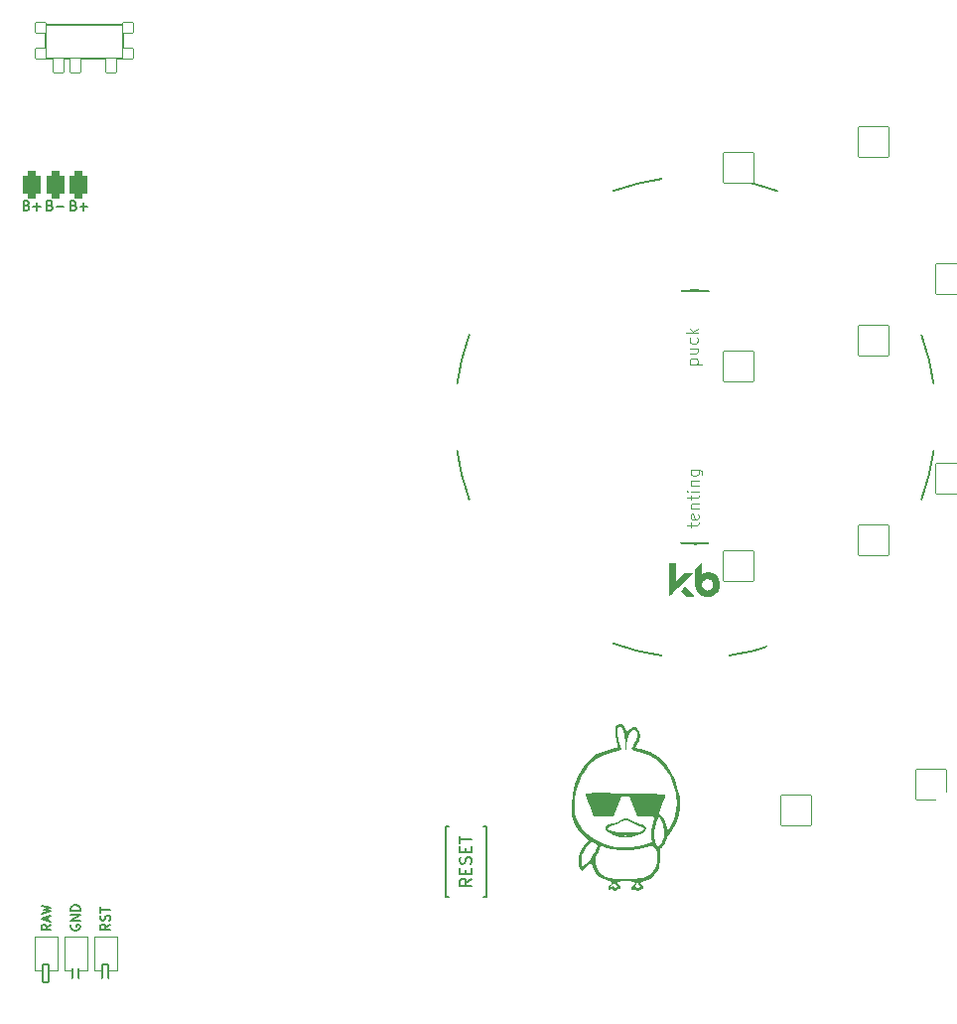
<source format=gto>
%TF.GenerationSoftware,KiCad,Pcbnew,(6.0.4)*%
%TF.CreationDate,2022-07-08T06:12:20+02:00*%
%TF.ProjectId,battoota,62617474-6f6f-4746-912e-6b696361645f,v1.0.0*%
%TF.SameCoordinates,Original*%
%TF.FileFunction,Legend,Top*%
%TF.FilePolarity,Positive*%
%FSLAX46Y46*%
G04 Gerber Fmt 4.6, Leading zero omitted, Abs format (unit mm)*
G04 Created by KiCad (PCBNEW (6.0.4)) date 2022-07-08 06:12:20*
%MOMM*%
%LPD*%
G01*
G04 APERTURE LIST*
G04 Aperture macros list*
%AMRoundRect*
0 Rectangle with rounded corners*
0 $1 Rounding radius*
0 $2 $3 $4 $5 $6 $7 $8 $9 X,Y pos of 4 corners*
0 Add a 4 corners polygon primitive as box body*
4,1,4,$2,$3,$4,$5,$6,$7,$8,$9,$2,$3,0*
0 Add four circle primitives for the rounded corners*
1,1,$1+$1,$2,$3*
1,1,$1+$1,$4,$5*
1,1,$1+$1,$6,$7*
1,1,$1+$1,$8,$9*
0 Add four rect primitives between the rounded corners*
20,1,$1+$1,$2,$3,$4,$5,0*
20,1,$1+$1,$4,$5,$6,$7,0*
20,1,$1+$1,$6,$7,$8,$9,0*
20,1,$1+$1,$8,$9,$2,$3,0*%
%AMFreePoly0*
4,1,16,0.535355,0.785355,0.550000,0.750000,0.550000,-0.750000,0.535355,-0.785355,0.500000,-0.800000,-0.500000,-0.800000,-0.535355,-0.785355,-0.541603,-0.777735,-1.041603,-0.027735,-1.049029,0.009806,-1.041603,0.027735,-0.541603,0.777735,-0.509806,0.799029,-0.500000,0.800000,0.500000,0.800000,0.535355,0.785355,0.535355,0.785355,$1*%
%AMFreePoly1*
4,1,16,0.685355,0.785355,0.700000,0.750000,0.691603,0.722265,0.210093,0.000000,0.691603,-0.722265,0.699029,-0.759806,0.677735,-0.791603,0.650000,-0.800000,-0.500000,-0.800000,-0.535355,-0.785355,-0.550000,-0.750000,-0.550000,0.750000,-0.535355,0.785355,-0.500000,0.800000,0.650000,0.800000,0.685355,0.785355,0.685355,0.785355,$1*%
G04 Aperture macros list end*
%ADD10C,0.150000*%
%ADD11C,0.100000*%
%ADD12C,0.120000*%
%ADD13C,0.200000*%
%ADD14C,0.010000*%
%ADD15C,2.000000*%
%ADD16RoundRect,0.375000X-0.375000X-0.750000X0.375000X-0.750000X0.375000X0.750000X-0.375000X0.750000X0*%
%ADD17C,1.752600*%
%ADD18C,5.100000*%
%ADD19C,2.100000*%
%ADD20C,1.801800*%
%ADD21C,3.100000*%
%ADD22C,3.529000*%
%ADD23RoundRect,0.050000X-1.054507X-1.505993X1.505993X-1.054507X1.054507X1.505993X-1.505993X1.054507X0*%
%ADD24C,2.132000*%
%ADD25RoundRect,0.050000X-1.181751X-1.408356X1.408356X-1.181751X1.181751X1.408356X-1.408356X1.181751X0*%
%ADD26RoundRect,0.050000X-1.300000X-1.300000X1.300000X-1.300000X1.300000X1.300000X-1.300000X1.300000X0*%
%ADD27RoundRect,0.050000X-0.450000X-0.450000X0.450000X-0.450000X0.450000X0.450000X-0.450000X0.450000X0*%
%ADD28RoundRect,0.050000X-0.450000X-0.625000X0.450000X-0.625000X0.450000X0.625000X-0.450000X0.625000X0*%
%ADD29C,1.100000*%
%ADD30RoundRect,0.425000X-0.375000X-0.750000X0.375000X-0.750000X0.375000X0.750000X-0.375000X0.750000X0*%
%ADD31RoundRect,0.050000X-0.863113X-1.623279X1.623279X-0.863113X0.863113X1.623279X-1.623279X0.863113X0*%
%ADD32C,1.852600*%
%ADD33FreePoly0,90.000000*%
%ADD34FreePoly1,90.000000*%
%ADD35RoundRect,0.050000X-0.250000X-0.762000X0.250000X-0.762000X0.250000X0.762000X-0.250000X0.762000X0*%
%ADD36C,4.500000*%
G04 APERTURE END LIST*
D10*
%TO.C,*%
%TO.C,B1*%
X84381171Y48178873D02*
X83904981Y47845539D01*
X84381171Y47607444D02*
X83381171Y47607444D01*
X83381171Y47988396D01*
X83428791Y48083634D01*
X83476410Y48131254D01*
X83571648Y48178873D01*
X83714505Y48178873D01*
X83809743Y48131254D01*
X83857362Y48083634D01*
X83904981Y47988396D01*
X83904981Y47607444D01*
X83857362Y48607444D02*
X83857362Y48940777D01*
X84381171Y49083634D02*
X84381171Y48607444D01*
X83381171Y48607444D01*
X83381171Y49083634D01*
X84333552Y49464587D02*
X84381171Y49607444D01*
X84381171Y49845539D01*
X84333552Y49940777D01*
X84285933Y49988396D01*
X84190695Y50036015D01*
X84095457Y50036015D01*
X84000219Y49988396D01*
X83952600Y49940777D01*
X83904981Y49845539D01*
X83857362Y49655063D01*
X83809743Y49559825D01*
X83762124Y49512206D01*
X83666886Y49464587D01*
X83571648Y49464587D01*
X83476410Y49512206D01*
X83428791Y49559825D01*
X83381171Y49655063D01*
X83381171Y49893158D01*
X83428791Y50036015D01*
X83857362Y50464587D02*
X83857362Y50797920D01*
X84381171Y50940777D02*
X84381171Y50464587D01*
X83381171Y50464587D01*
X83381171Y50940777D01*
X83381171Y51226492D02*
X83381171Y51797920D01*
X84381171Y51512206D02*
X83381171Y51512206D01*
%TO.C,PAD1*%
X48470695Y105598396D02*
X48584981Y105560301D01*
X48623076Y105522206D01*
X48661171Y105446015D01*
X48661171Y105331730D01*
X48623076Y105255539D01*
X48584981Y105217444D01*
X48508791Y105179349D01*
X48204029Y105179349D01*
X48204029Y105979349D01*
X48470695Y105979349D01*
X48546886Y105941254D01*
X48584981Y105903158D01*
X48623076Y105826968D01*
X48623076Y105750777D01*
X48584981Y105674587D01*
X48546886Y105636492D01*
X48470695Y105598396D01*
X48204029Y105598396D01*
X49004029Y105484111D02*
X49613552Y105484111D01*
X46470695Y105598396D02*
X46584981Y105560301D01*
X46623076Y105522206D01*
X46661171Y105446015D01*
X46661171Y105331730D01*
X46623076Y105255539D01*
X46584981Y105217444D01*
X46508791Y105179349D01*
X46204029Y105179349D01*
X46204029Y105979349D01*
X46470695Y105979349D01*
X46546886Y105941254D01*
X46584981Y105903158D01*
X46623076Y105826968D01*
X46623076Y105750777D01*
X46584981Y105674587D01*
X46546886Y105636492D01*
X46470695Y105598396D01*
X46204029Y105598396D01*
X47004029Y105484111D02*
X47613552Y105484111D01*
X47308791Y105179349D02*
X47308791Y105788873D01*
X50470695Y105598396D02*
X50584981Y105560301D01*
X50623076Y105522206D01*
X50661171Y105446015D01*
X50661171Y105331730D01*
X50623076Y105255539D01*
X50584981Y105217444D01*
X50508791Y105179349D01*
X50204029Y105179349D01*
X50204029Y105979349D01*
X50470695Y105979349D01*
X50546886Y105941254D01*
X50584981Y105903158D01*
X50623076Y105826968D01*
X50623076Y105750777D01*
X50584981Y105674587D01*
X50546886Y105636492D01*
X50470695Y105598396D01*
X50204029Y105598396D01*
X51004029Y105484111D02*
X51613552Y105484111D01*
X51308791Y105179349D02*
X51308791Y105788873D01*
%TO.C,MCU1*%
X50246732Y44256789D02*
X50208636Y44180598D01*
X50208636Y44066313D01*
X50246732Y43952027D01*
X50322922Y43875836D01*
X50399112Y43837741D01*
X50551493Y43799646D01*
X50665779Y43799646D01*
X50818160Y43837741D01*
X50894351Y43875836D01*
X50970541Y43952027D01*
X51008636Y44066313D01*
X51008636Y44142503D01*
X50970541Y44256789D01*
X50932446Y44294884D01*
X50665779Y44294884D01*
X50665779Y44142503D01*
X51008636Y44637741D02*
X50208636Y44637741D01*
X51008636Y45094884D01*
X50208636Y45094884D01*
X51008636Y45475836D02*
X50208636Y45475836D01*
X50208636Y45666313D01*
X50246732Y45780598D01*
X50322922Y45856789D01*
X50399112Y45894884D01*
X50551493Y45932979D01*
X50665779Y45932979D01*
X50818160Y45894884D01*
X50894351Y45856789D01*
X50970541Y45780598D01*
X51008636Y45666313D01*
X51008636Y45475836D01*
X53548636Y44313932D02*
X53167684Y44047266D01*
X53548636Y43856789D02*
X52748636Y43856789D01*
X52748636Y44161551D01*
X52786732Y44237742D01*
X52824827Y44275837D01*
X52901017Y44313932D01*
X53015303Y44313932D01*
X53091493Y44275837D01*
X53129589Y44237742D01*
X53167684Y44161551D01*
X53167684Y43856789D01*
X53510541Y44618694D02*
X53548636Y44732980D01*
X53548636Y44923456D01*
X53510541Y44999647D01*
X53472446Y45037742D01*
X53396255Y45075837D01*
X53320065Y45075837D01*
X53243874Y45037742D01*
X53205779Y44999647D01*
X53167684Y44923456D01*
X53129589Y44771075D01*
X53091493Y44694885D01*
X53053398Y44656789D01*
X52977208Y44618694D01*
X52901017Y44618694D01*
X52824827Y44656789D01*
X52786732Y44694885D01*
X52748636Y44771075D01*
X52748636Y44961551D01*
X52786732Y45075837D01*
X52748636Y45304408D02*
X52748636Y45761551D01*
X53548636Y45532980D02*
X52748636Y45532980D01*
X48511068Y44276669D02*
X48130116Y44010002D01*
X48511068Y43819526D02*
X47711068Y43819526D01*
X47711068Y44124288D01*
X47749164Y44200478D01*
X47787259Y44238573D01*
X47863449Y44276669D01*
X47977735Y44276669D01*
X48053925Y44238573D01*
X48092021Y44200478D01*
X48130116Y44124288D01*
X48130116Y43819526D01*
X48282497Y44581430D02*
X48282497Y44962383D01*
X48511068Y44505240D02*
X47711068Y44771907D01*
X48511068Y45038573D01*
X47711068Y45229050D02*
X48511068Y45419526D01*
X47939640Y45571907D01*
X48511068Y45724288D01*
X47711068Y45914764D01*
D11*
%TO.C,REF\u002A\u002A*%
X103082005Y78171254D02*
X103082005Y78552206D01*
X102748671Y78314111D02*
X103605814Y78314111D01*
X103701052Y78361730D01*
X103748671Y78456968D01*
X103748671Y78552206D01*
X103701052Y79266492D02*
X103748671Y79171254D01*
X103748671Y78980777D01*
X103701052Y78885539D01*
X103605814Y78837920D01*
X103224862Y78837920D01*
X103129624Y78885539D01*
X103082005Y78980777D01*
X103082005Y79171254D01*
X103129624Y79266492D01*
X103224862Y79314111D01*
X103320100Y79314111D01*
X103415338Y78837920D01*
X103082005Y79742682D02*
X103748671Y79742682D01*
X103177243Y79742682D02*
X103129624Y79790301D01*
X103082005Y79885539D01*
X103082005Y80028396D01*
X103129624Y80123634D01*
X103224862Y80171254D01*
X103748671Y80171254D01*
X103082005Y80504587D02*
X103082005Y80885539D01*
X102748671Y80647444D02*
X103605814Y80647444D01*
X103701052Y80695063D01*
X103748671Y80790301D01*
X103748671Y80885539D01*
X103748671Y81218873D02*
X103082005Y81218873D01*
X102748671Y81218873D02*
X102796291Y81171254D01*
X102843910Y81218873D01*
X102796291Y81266492D01*
X102748671Y81218873D01*
X102843910Y81218873D01*
X103082005Y81695063D02*
X103748671Y81695063D01*
X103177243Y81695063D02*
X103129624Y81742682D01*
X103082005Y81837920D01*
X103082005Y81980777D01*
X103129624Y82076015D01*
X103224862Y82123634D01*
X103748671Y82123634D01*
X103082005Y83028396D02*
X103891529Y83028396D01*
X103986767Y82980777D01*
X104034386Y82933158D01*
X104082005Y82837920D01*
X104082005Y82695063D01*
X104034386Y82599825D01*
X103701052Y83028396D02*
X103748671Y82933158D01*
X103748671Y82742682D01*
X103701052Y82647444D01*
X103653433Y82599825D01*
X103558195Y82552206D01*
X103272481Y82552206D01*
X103177243Y82599825D01*
X103129624Y82647444D01*
X103082005Y82742682D01*
X103082005Y82933158D01*
X103129624Y83028396D01*
X103018505Y92061754D02*
X104018505Y92061754D01*
X103066124Y92061754D02*
X103018505Y92156992D01*
X103018505Y92347468D01*
X103066124Y92442706D01*
X103113743Y92490325D01*
X103208981Y92537944D01*
X103494695Y92537944D01*
X103589933Y92490325D01*
X103637552Y92442706D01*
X103685171Y92347468D01*
X103685171Y92156992D01*
X103637552Y92061754D01*
X103018505Y93395087D02*
X103685171Y93395087D01*
X103018505Y92966515D02*
X103542314Y92966515D01*
X103637552Y93014134D01*
X103685171Y93109373D01*
X103685171Y93252230D01*
X103637552Y93347468D01*
X103589933Y93395087D01*
X103637552Y94299849D02*
X103685171Y94204611D01*
X103685171Y94014134D01*
X103637552Y93918896D01*
X103589933Y93871277D01*
X103494695Y93823658D01*
X103208981Y93823658D01*
X103113743Y93871277D01*
X103066124Y93918896D01*
X103018505Y94014134D01*
X103018505Y94204611D01*
X103066124Y94299849D01*
X103685171Y94728420D02*
X102685171Y94728420D01*
X103304219Y94823658D02*
X103685171Y95109373D01*
X103018505Y95109373D02*
X103399457Y94728420D01*
D10*
%TO.C,B1*%
X85678791Y52631254D02*
X85428791Y52631254D01*
X82178791Y46631254D02*
X82428791Y46631254D01*
X82178791Y52631254D02*
X82428791Y52631254D01*
X85678791Y46631254D02*
X85428791Y46631254D01*
X82178791Y52631254D02*
X82178791Y46631254D01*
X85678791Y52631254D02*
X85678791Y46631254D01*
%TO.C,T1*%
X48089406Y120958838D02*
X48089406Y118108838D01*
X53339406Y120958838D02*
X49439406Y120958838D01*
X48089406Y118108838D02*
X54689406Y118108838D01*
X51389406Y120958838D02*
X54689406Y120958838D01*
X54689406Y118108838D02*
X54689406Y120958838D01*
X51389406Y120958838D02*
X48089406Y120958838D01*
%TO.C,G\u002A\u002A\u002A*%
G36*
X96548769Y51916693D02*
G01*
X96405046Y51986068D01*
X96071849Y52161485D01*
X95876390Y52299170D01*
X95796207Y52416253D01*
X95795437Y52422093D01*
X95971676Y52422093D01*
X95988101Y52401210D01*
X96168529Y52306350D01*
X96478794Y52228443D01*
X96880033Y52169837D01*
X97333380Y52132882D01*
X97799971Y52119924D01*
X98240942Y52133314D01*
X98617428Y52175398D01*
X98839213Y52228933D01*
X99066563Y52338527D01*
X99125263Y52453746D01*
X99015852Y52573289D01*
X98738871Y52695852D01*
X98630869Y52730683D01*
X98329356Y52840577D01*
X98072381Y52965621D01*
X97948079Y53051658D01*
X97686468Y53198637D01*
X97401413Y53181437D01*
X97174404Y53053918D01*
X96971575Y52935354D01*
X96684543Y52814259D01*
X96509192Y52756473D01*
X96179178Y52639529D01*
X95996898Y52525950D01*
X95971676Y52422093D01*
X95795437Y52422093D01*
X95791213Y52454114D01*
X95870313Y52641197D01*
X96085454Y52802174D01*
X96403391Y52915079D01*
X96523091Y52937724D01*
X96819227Y53026045D01*
X97099819Y53173993D01*
X97119063Y53187854D01*
X97417341Y53352947D01*
X97684738Y53362645D01*
X97958727Y53216474D01*
X98007986Y53176654D01*
X98219951Y53036549D01*
X98416467Y52965305D01*
X98443542Y52963128D01*
X98631143Y52927601D01*
X98887293Y52840321D01*
X98993454Y52795214D01*
X99223865Y52672121D01*
X99324025Y52558230D01*
X99332121Y52445887D01*
X99256264Y52268866D01*
X99177879Y52197204D01*
X98776550Y51996716D01*
X98470488Y51864649D01*
X98208234Y51784897D01*
X97938327Y51741354D01*
X97653879Y51720212D01*
X97317799Y51709037D01*
X97067688Y51728245D01*
X96834395Y51792557D01*
X96774776Y51818468D01*
X97338590Y51818468D01*
X97444964Y51805184D01*
X97569213Y51802714D01*
X97752334Y51809319D01*
X97802603Y51826205D01*
X97759713Y51839406D01*
X97512995Y51853413D01*
X97378713Y51839406D01*
X97338590Y51818468D01*
X96774776Y51818468D01*
X96622697Y51884563D01*
X96928601Y51884563D01*
X97011824Y51871005D01*
X97121638Y51886571D01*
X97122949Y51915473D01*
X97009632Y51935685D01*
X96960671Y51922157D01*
X96928601Y51884563D01*
X96622697Y51884563D01*
X96548769Y51916693D01*
G37*
G36*
X98161879Y47608299D02*
G01*
X98308086Y47757655D01*
X98331483Y47861449D01*
X98220559Y47926699D01*
X97963803Y47960423D01*
X97569213Y47969654D01*
X97233654Y47962297D01*
X96973489Y47942592D01*
X96826488Y47914084D01*
X96807213Y47898109D01*
X96863825Y47793600D01*
X96976546Y47673320D01*
X97111933Y47506152D01*
X97141779Y47370993D01*
X97065485Y47307066D01*
X96982014Y47315423D01*
X96825406Y47300589D01*
X96773004Y47240631D01*
X96671502Y47131810D01*
X96550759Y47166937D01*
X96499759Y47248437D01*
X96419632Y47328949D01*
X96296315Y47290770D01*
X96127485Y47217066D01*
X96057445Y47253272D01*
X96045213Y47376270D01*
X96086519Y47485062D01*
X96247582Y47485062D01*
X96342131Y47490412D01*
X96413825Y47536040D01*
X96513965Y47579159D01*
X96581750Y47478828D01*
X96594179Y47442272D01*
X96645149Y47319966D01*
X96682189Y47352612D01*
X96694491Y47393461D01*
X96789057Y47497378D01*
X96876017Y47491413D01*
X96947771Y47484640D01*
X96886176Y47559575D01*
X96838576Y47601939D01*
X96687431Y47762606D01*
X96612427Y47884987D01*
X96574389Y47957700D01*
X96559897Y47866799D01*
X96486289Y47715721D01*
X96376628Y47627106D01*
X96258972Y47538333D01*
X96247582Y47485062D01*
X96086519Y47485062D01*
X96111804Y47551659D01*
X96214546Y47650636D01*
X96358777Y47776698D01*
X96346809Y47883427D01*
X96173923Y47977232D01*
X95923685Y48045695D01*
X95470332Y48229968D01*
X95098315Y48547809D01*
X94834887Y48972320D01*
X94757500Y49196673D01*
X94656230Y49575311D01*
X94440555Y49438221D01*
X94226473Y49271191D01*
X94034699Y49079892D01*
X93844518Y48858654D01*
X93665104Y49070320D01*
X93534533Y49345228D01*
X93513264Y49607055D01*
X93759995Y49607055D01*
X93767563Y49381545D01*
X93804556Y49252958D01*
X93828732Y49239654D01*
X93921165Y49294163D01*
X94094964Y49436680D01*
X94267926Y49595208D01*
X94958075Y49595208D01*
X95040017Y49215462D01*
X95141292Y48978902D01*
X95318852Y48707165D01*
X95542676Y48498370D01*
X95833727Y48346419D01*
X96212965Y48245216D01*
X96701352Y48188663D01*
X97319849Y48170662D01*
X97891011Y48179046D01*
X98373591Y48195871D01*
X98725151Y48219503D01*
X98984000Y48255680D01*
X99188449Y48310137D01*
X99376806Y48388611D01*
X99415011Y48407243D01*
X99788712Y48682661D01*
X100061287Y49071473D01*
X100220691Y49543067D01*
X100254880Y50066830D01*
X100205320Y50416023D01*
X100120299Y50723903D01*
X100012097Y50901455D01*
X99845836Y50965233D01*
X99586637Y50931790D01*
X99294975Y50848067D01*
X98618321Y50693028D01*
X97861873Y50615507D01*
X97097962Y50618646D01*
X96398918Y50705590D01*
X96333762Y50719369D01*
X95999866Y50798470D01*
X95718211Y50874757D01*
X95539950Y50934145D01*
X95519599Y50943589D01*
X95417616Y50965645D01*
X95345873Y50877142D01*
X95288498Y50698615D01*
X95198447Y50441541D01*
X95090907Y50231808D01*
X95075970Y50210704D01*
X94969110Y49944877D01*
X94958075Y49595208D01*
X94267926Y49595208D01*
X94300217Y49624804D01*
X94530943Y49884156D01*
X94755600Y50200621D01*
X94946056Y50526798D01*
X95074178Y50815288D01*
X95113052Y50994313D01*
X95045492Y51100977D01*
X94880501Y51218521D01*
X94867933Y51225156D01*
X94719572Y51292244D01*
X94609761Y51289270D01*
X94486811Y51196665D01*
X94319524Y51017549D01*
X94113649Y50756764D01*
X93940700Y50482062D01*
X93888137Y50374200D01*
X93822852Y50152477D01*
X93779282Y49880397D01*
X93759995Y49607055D01*
X93513264Y49607055D01*
X93504993Y49708866D01*
X93567161Y50121528D01*
X93711713Y50543512D01*
X93929327Y50935110D01*
X94169661Y51219079D01*
X94426285Y51462837D01*
X93967790Y51881875D01*
X93491234Y52426850D01*
X93232087Y52864296D01*
X93111932Y53117494D01*
X93032871Y53325272D01*
X92986543Y53534772D01*
X92964585Y53793137D01*
X92958632Y54147512D01*
X92959162Y54402833D01*
X92962286Y54446654D01*
X93218487Y54446654D01*
X93222191Y54033476D01*
X93243613Y53733411D01*
X93292475Y53490425D01*
X93378496Y53248486D01*
X93457635Y53068109D01*
X93801095Y52507242D01*
X94285819Y51997522D01*
X94886910Y51557465D01*
X95579474Y51205587D01*
X96268603Y50977519D01*
X96747577Y50900115D01*
X97328105Y50872240D01*
X97950579Y50891450D01*
X98555394Y50955300D01*
X99082943Y51061347D01*
X99208030Y51098056D01*
X99788514Y51284007D01*
X99735086Y51722331D01*
X99744256Y52185539D01*
X99990672Y52185539D01*
X99992501Y51782998D01*
X100039959Y51422246D01*
X100132566Y51162198D01*
X100139925Y51150507D01*
X100292934Y50916987D01*
X100491075Y51103131D01*
X100630921Y51299036D01*
X100751748Y51575222D01*
X100786655Y51695444D01*
X100841512Y52251404D01*
X100749052Y52794589D01*
X100572472Y53188590D01*
X100449038Y53379701D01*
X100377998Y53438971D01*
X100331438Y53383641D01*
X100317637Y53345987D01*
X100244234Y53155290D01*
X100140033Y52911839D01*
X100125823Y52880320D01*
X100034953Y52570952D01*
X99990672Y52185539D01*
X99744256Y52185539D01*
X99746887Y52318464D01*
X99815373Y52626320D01*
X99927187Y53007234D01*
X99987036Y53252692D01*
X99976751Y53393164D01*
X99878165Y53459121D01*
X99673111Y53481032D01*
X99343421Y53489367D01*
X99299977Y53490723D01*
X98556979Y53515320D01*
X98210153Y54361987D01*
X97863326Y55208654D01*
X97202782Y55208654D01*
X96509034Y53515320D01*
X95656978Y53491356D01*
X94804921Y53467391D01*
X94450280Y54407795D01*
X94316270Y54782398D01*
X94215350Y55102374D01*
X94157496Y55333216D01*
X94152063Y55439495D01*
X94230403Y55463925D01*
X94435760Y55481601D01*
X94775234Y55492593D01*
X95255926Y55496967D01*
X95884938Y55494792D01*
X96669369Y55486136D01*
X97557411Y55472105D01*
X98293401Y55458373D01*
X98975168Y55444047D01*
X99584444Y55429630D01*
X100102957Y55415626D01*
X100512437Y55402541D01*
X100794615Y55390878D01*
X100931219Y55381143D01*
X100941077Y55378678D01*
X100929423Y55289420D01*
X100870066Y55076958D01*
X100773609Y54777069D01*
X100696799Y54554360D01*
X100417780Y53764784D01*
X100642522Y53540041D01*
X100804303Y53310373D01*
X100951922Y52982470D01*
X101009967Y52802026D01*
X101152669Y52288752D01*
X101365188Y52601502D01*
X101627804Y53058889D01*
X101792290Y53534598D01*
X101872948Y54081040D01*
X101887213Y54514440D01*
X101818027Y55422700D01*
X101616626Y56259392D01*
X101292246Y57011903D01*
X100854123Y57667624D01*
X100311493Y58213943D01*
X99673590Y58638249D01*
X98949652Y58927931D01*
X98593509Y59011903D01*
X98264209Y59088539D01*
X98092912Y59182768D01*
X98068634Y59322966D01*
X98180389Y59537511D01*
X98317212Y59725608D01*
X98494863Y60047466D01*
X98542879Y60383663D01*
X98508890Y60705125D01*
X98405018Y60874434D01*
X98228403Y60894940D01*
X98135250Y60861548D01*
X97921354Y60678073D01*
X97755651Y60363077D01*
X97652584Y59950977D01*
X97626045Y59648196D01*
X97607160Y59332323D01*
X97577814Y59174921D01*
X97544456Y59165973D01*
X97513531Y59295462D01*
X97491486Y59553373D01*
X97484546Y59868040D01*
X97458822Y60407933D01*
X97383570Y60811873D01*
X97261670Y61070826D01*
X97096001Y61175757D01*
X97067146Y61177654D01*
X96905297Y61102994D01*
X96843719Y60972913D01*
X96833117Y60754481D01*
X96868757Y60432699D01*
X96940374Y60063845D01*
X97037700Y59704194D01*
X97113789Y59492487D01*
X97185333Y59299174D01*
X97210916Y59187703D01*
X97208579Y59180132D01*
X97120086Y59152466D01*
X96908450Y59101553D01*
X96616524Y59037603D01*
X96565843Y59026972D01*
X95759686Y58788482D01*
X95071834Y58431102D01*
X94494622Y57949106D01*
X94020385Y57336765D01*
X93815195Y56971424D01*
X93509440Y56271210D01*
X93319995Y55591636D01*
X93230699Y54864320D01*
X93218487Y54446654D01*
X92962286Y54446654D01*
X93028468Y55374948D01*
X93222742Y56265453D01*
X93534816Y57063940D01*
X93957521Y57760001D01*
X94483690Y58343228D01*
X95106155Y58803211D01*
X95817748Y59129542D01*
X96304796Y59261051D01*
X96575363Y59321742D01*
X96771997Y59376107D01*
X96841467Y59405686D01*
X96845550Y59504917D01*
X96809957Y59715001D01*
X96762766Y59911591D01*
X96658750Y60429936D01*
X96643025Y60856316D01*
X96714871Y61170681D01*
X96812998Y61309890D01*
X96953231Y61413009D01*
X97080602Y61408226D01*
X97215165Y61341103D01*
X97422529Y61167607D01*
X97553909Y60981485D01*
X97665605Y60749134D01*
X97920238Y60963394D01*
X98130348Y61122224D01*
X98279782Y61161547D01*
X98427225Y61081968D01*
X98546728Y60969836D01*
X98716877Y60687467D01*
X98760256Y60336547D01*
X98677137Y59960478D01*
X98538694Y59697876D01*
X98415367Y59505217D01*
X98350718Y59382286D01*
X98348194Y59361764D01*
X98437841Y59335674D01*
X98644067Y59286598D01*
X98857894Y59239174D01*
X99611255Y58993109D01*
X100285881Y58601976D01*
X100873028Y58074899D01*
X101363952Y57421002D01*
X101749909Y56649409D01*
X101966030Y55995985D01*
X102141692Y55115044D01*
X102184236Y54296592D01*
X102095634Y53552261D01*
X101877859Y52893682D01*
X101532884Y52332485D01*
X101302099Y52081313D01*
X101138043Y51890413D01*
X101047054Y51716705D01*
X101040546Y51675774D01*
X100998536Y51481177D01*
X100894448Y51237357D01*
X100761198Y51006396D01*
X100631701Y50850379D01*
X100588360Y50822876D01*
X100527411Y50757568D01*
X100491282Y50600216D01*
X100475976Y50322691D01*
X100475643Y50029267D01*
X100471138Y49621245D01*
X100441201Y49324827D01*
X100376732Y49083073D01*
X100293457Y48889272D01*
X100003762Y48476848D01*
X99603291Y48176616D01*
X99126718Y48014364D01*
X99114379Y48012339D01*
X98857847Y47941938D01*
X98763379Y47841719D01*
X98833540Y47716551D01*
X98923879Y47650636D01*
X99059270Y47514969D01*
X99083820Y47380177D01*
X98995056Y47298624D01*
X98940813Y47292320D01*
X98749260Y47236071D01*
X98681113Y47186487D01*
X98576675Y47131602D01*
X98471494Y47219447D01*
X98460641Y47233887D01*
X98349554Y47326796D01*
X98292010Y47297387D01*
X98175153Y47214299D01*
X98048354Y47232750D01*
X97992546Y47335483D01*
X98028577Y47424982D01*
X98199247Y47424982D01*
X98213652Y47415187D01*
X98275906Y47460216D01*
X98405566Y47533294D01*
X98492315Y47471902D01*
X98527002Y47415321D01*
X98601868Y47305825D01*
X98639153Y47342268D01*
X98651112Y47393461D01*
X98737166Y47498525D01*
X98823350Y47494534D01*
X98882221Y47496602D01*
X98795046Y47579603D01*
X98775713Y47594221D01*
X98631970Y47745590D01*
X98578528Y47874147D01*
X98564475Y47962517D01*
X98525681Y47885705D01*
X98525419Y47884987D01*
X98439084Y47732751D01*
X98299269Y47548883D01*
X98199247Y47424982D01*
X98028577Y47424982D01*
X98052297Y47483901D01*
X98161879Y47608299D01*
G37*
D12*
%TO.C,MCU1*%
X49114791Y43219777D02*
X49114791Y40419777D01*
X51654791Y43219777D02*
X51654791Y40419777D01*
X49654791Y43219777D02*
X51654791Y43219777D01*
X51654791Y40419777D02*
X50984791Y40419777D01*
X47784791Y40419777D02*
X47114791Y40419777D01*
X52194791Y40419777D02*
X52194791Y43219777D01*
X49654791Y40419777D02*
X49654791Y43219777D01*
X52194791Y43219777D02*
X54194791Y43219777D01*
X49114791Y40419777D02*
X48434791Y40419777D01*
X54194791Y43219777D02*
X54194791Y40419777D01*
X52859791Y40419777D02*
X52194791Y40419777D01*
X47114791Y43219777D02*
X49114791Y43219777D01*
X47114791Y40419777D02*
X47114791Y43219777D01*
X54194791Y40419777D02*
X53534791Y40419777D01*
X50334791Y40419777D02*
X49654791Y40419777D01*
D13*
%TO.C,REF\u002A\u002A*%
X123806791Y90386754D02*
G75*
G03*
X122772926Y94537299I-20320019J-2857506D01*
G01*
X104615176Y98265117D02*
G75*
G03*
X103486791Y98324254I-1128385J-10735763D01*
G01*
X102276870Y76820331D02*
G75*
G03*
X103405255Y76761195I1128379J10735785D01*
G01*
X96478745Y68243119D02*
G75*
G03*
X100629291Y67209254I7008046J19286135D01*
G01*
X102358406Y76793390D02*
G75*
G03*
X103486791Y76734254I1128379J10735785D01*
G01*
X83166791Y84671754D02*
G75*
G03*
X84200657Y80521207I20319953J2857490D01*
G01*
X103405255Y76761195D02*
G75*
G03*
X104533640Y76820331I6J10794921D01*
G01*
X100629291Y107849254D02*
G75*
G03*
X96478743Y106815388I2857496J-20319983D01*
G01*
X104533640Y98292059D02*
G75*
G03*
X103405255Y98351195I-1128379J-10735785D01*
G01*
X103405255Y98351195D02*
G75*
G03*
X102276870Y98292059I-6J-10794921D01*
G01*
X122772926Y80521208D02*
G75*
G03*
X123806791Y84671754I-19286185J7008058D01*
G01*
X106344291Y67209254D02*
G75*
G03*
X110494838Y68243120I-2857500J20320000D01*
G01*
X84200657Y94537302D02*
G75*
G03*
X83166791Y90386754I19286117J-7008044D01*
G01*
X103486791Y98324254D02*
G75*
G03*
X102358406Y98265118I-6J-10794921D01*
G01*
X103486791Y76734253D02*
G75*
G03*
X104615176Y76793390I0J10794901D01*
G01*
X110494838Y106815388D02*
G75*
G03*
X106344291Y107849254I-7008047J-19286134D01*
G01*
G36*
X103479144Y73371606D02*
G01*
X103477741Y73478235D01*
X103476697Y73600891D01*
X103476033Y73738163D01*
X103475772Y73888637D01*
X103475769Y73900373D01*
X103475682Y74592087D01*
X103983386Y75102113D01*
X103983534Y74608545D01*
X103983726Y74504305D01*
X103984215Y74407560D01*
X103984965Y74320674D01*
X103985941Y74246012D01*
X103987110Y74185937D01*
X103988437Y74142814D01*
X103989886Y74119007D01*
X103990794Y74114977D01*
X104003225Y74121291D01*
X104028071Y74137634D01*
X104052205Y74154836D01*
X104166902Y74225558D01*
X104289118Y74274662D01*
X104419501Y74302338D01*
X104558702Y74308776D01*
X104576514Y74308108D01*
X104666149Y74301556D01*
X104742632Y74289619D01*
X104814284Y74270127D01*
X104889422Y74240910D01*
X104959273Y74208271D01*
X105087206Y74132978D01*
X105200126Y74040998D01*
X105297020Y73934009D01*
X105376878Y73813684D01*
X105438688Y73681699D01*
X105481440Y73539730D01*
X105504121Y73389451D01*
X105507682Y73299781D01*
X105497391Y73147303D01*
X105466035Y73002739D01*
X105412890Y72863503D01*
X105355635Y72756584D01*
X105269923Y72636291D01*
X105168310Y72531442D01*
X105052977Y72443120D01*
X104926102Y72372406D01*
X104789866Y72320383D01*
X104646447Y72288130D01*
X104498026Y72276731D01*
X104397780Y72281214D01*
X104253172Y72306095D01*
X104112604Y72352370D01*
X103979431Y72418349D01*
X103857011Y72502346D01*
X103748699Y72602672D01*
X103740305Y72611838D01*
X103659174Y72715958D01*
X103589482Y72834140D01*
X103534316Y72960003D01*
X103496763Y73087163D01*
X103487894Y73133613D01*
X103485281Y73162008D01*
X103482936Y73212080D01*
X103481467Y73262414D01*
X103977805Y73262414D01*
X103988377Y73164865D01*
X104018809Y73070846D01*
X104047463Y73016701D01*
X104114397Y72928418D01*
X104193878Y72857541D01*
X104283310Y72805048D01*
X104380096Y72771916D01*
X104481637Y72759122D01*
X104585338Y72767643D01*
X104658165Y72786931D01*
X104701162Y72803017D01*
X104742067Y72820377D01*
X104758234Y72828153D01*
X104803520Y72859157D01*
X104852843Y72905351D01*
X104900900Y72960807D01*
X104942385Y73019601D01*
X104963873Y73057928D01*
X104984054Y73102174D01*
X104996699Y73140782D01*
X105004056Y73183074D01*
X105008374Y73238377D01*
X105008656Y73243667D01*
X105005288Y73350912D01*
X104982432Y73448804D01*
X104938780Y73542227D01*
X104921010Y73570756D01*
X104856468Y73648660D01*
X104777651Y73710830D01*
X104688015Y73756326D01*
X104591016Y73784204D01*
X104490112Y73793524D01*
X104388760Y73783342D01*
X104290414Y73752717D01*
X104276411Y73746431D01*
X104188459Y73693482D01*
X104114469Y73625268D01*
X104055426Y73544922D01*
X104012313Y73455575D01*
X103986111Y73360362D01*
X103977805Y73262414D01*
X103481467Y73262414D01*
X103480883Y73282417D01*
X103479144Y73371606D01*
G37*
D14*
X103479144Y73371606D02*
X103477741Y73478235D01*
X103476697Y73600891D01*
X103476033Y73738163D01*
X103475772Y73888637D01*
X103475769Y73900373D01*
X103475682Y74592087D01*
X103983386Y75102113D01*
X103983534Y74608545D01*
X103983726Y74504305D01*
X103984215Y74407560D01*
X103984965Y74320674D01*
X103985941Y74246012D01*
X103987110Y74185937D01*
X103988437Y74142814D01*
X103989886Y74119007D01*
X103990794Y74114977D01*
X104003225Y74121291D01*
X104028071Y74137634D01*
X104052205Y74154836D01*
X104166902Y74225558D01*
X104289118Y74274662D01*
X104419501Y74302338D01*
X104558702Y74308776D01*
X104576514Y74308108D01*
X104666149Y74301556D01*
X104742632Y74289619D01*
X104814284Y74270127D01*
X104889422Y74240910D01*
X104959273Y74208271D01*
X105087206Y74132978D01*
X105200126Y74040998D01*
X105297020Y73934009D01*
X105376878Y73813684D01*
X105438688Y73681699D01*
X105481440Y73539730D01*
X105504121Y73389451D01*
X105507682Y73299781D01*
X105497391Y73147303D01*
X105466035Y73002739D01*
X105412890Y72863503D01*
X105355635Y72756584D01*
X105269923Y72636291D01*
X105168310Y72531442D01*
X105052977Y72443120D01*
X104926102Y72372406D01*
X104789866Y72320383D01*
X104646447Y72288130D01*
X104498026Y72276731D01*
X104397780Y72281214D01*
X104253172Y72306095D01*
X104112604Y72352370D01*
X103979431Y72418349D01*
X103857011Y72502346D01*
X103748699Y72602672D01*
X103740305Y72611838D01*
X103659174Y72715958D01*
X103589482Y72834140D01*
X103534316Y72960003D01*
X103496763Y73087163D01*
X103487894Y73133613D01*
X103485281Y73162008D01*
X103482936Y73212080D01*
X103481467Y73262414D01*
X103977805Y73262414D01*
X103988377Y73164865D01*
X104018809Y73070846D01*
X104047463Y73016701D01*
X104114397Y72928418D01*
X104193878Y72857541D01*
X104283310Y72805048D01*
X104380096Y72771916D01*
X104481637Y72759122D01*
X104585338Y72767643D01*
X104658165Y72786931D01*
X104701162Y72803017D01*
X104742067Y72820377D01*
X104758234Y72828153D01*
X104803520Y72859157D01*
X104852843Y72905351D01*
X104900900Y72960807D01*
X104942385Y73019601D01*
X104963873Y73057928D01*
X104984054Y73102174D01*
X104996699Y73140782D01*
X105004056Y73183074D01*
X105008374Y73238377D01*
X105008656Y73243667D01*
X105005288Y73350912D01*
X104982432Y73448804D01*
X104938780Y73542227D01*
X104921010Y73570756D01*
X104856468Y73648660D01*
X104777651Y73710830D01*
X104688015Y73756326D01*
X104591016Y73784204D01*
X104490112Y73793524D01*
X104388760Y73783342D01*
X104290414Y73752717D01*
X104276411Y73746431D01*
X104188459Y73693482D01*
X104114469Y73625268D01*
X104055426Y73544922D01*
X104012313Y73455575D01*
X103986111Y73360362D01*
X103977805Y73262414D01*
X103481467Y73262414D01*
X103480883Y73282417D01*
X103479144Y73371606D01*
G36*
X101778500Y73474328D02*
G01*
X102581446Y74277028D01*
X102869814Y74273934D01*
X103158182Y74270841D01*
X102310958Y73410704D01*
X102193033Y73290981D01*
X102078234Y73174432D01*
X101967780Y73062292D01*
X101862888Y72955799D01*
X101764776Y72856188D01*
X101674661Y72764695D01*
X101593762Y72682558D01*
X101523295Y72611013D01*
X101464479Y72551295D01*
X101418532Y72504641D01*
X101386671Y72472288D01*
X101372890Y72458292D01*
X101282046Y72366016D01*
X101282046Y75107886D01*
X101778500Y75107886D01*
X101778500Y73474328D01*
G37*
X101778500Y73474328D02*
X102581446Y74277028D01*
X102869814Y74273934D01*
X103158182Y74270841D01*
X102310958Y73410704D01*
X102193033Y73290981D01*
X102078234Y73174432D01*
X101967780Y73062292D01*
X101862888Y72955799D01*
X101764776Y72856188D01*
X101674661Y72764695D01*
X101593762Y72682558D01*
X101523295Y72611013D01*
X101464479Y72551295D01*
X101418532Y72504641D01*
X101386671Y72472288D01*
X101372890Y72458292D01*
X101282046Y72366016D01*
X101282046Y75107886D01*
X101778500Y75107886D01*
X101778500Y73474328D01*
G36*
X102585280Y73067797D02*
G01*
X102607983Y73044934D01*
X102642462Y73009403D01*
X102686731Y72963311D01*
X102738798Y72908765D01*
X102796677Y72847871D01*
X102858376Y72782736D01*
X102921909Y72715466D01*
X102985284Y72648168D01*
X103046514Y72582949D01*
X103103610Y72521914D01*
X103154582Y72467171D01*
X103197442Y72420826D01*
X103230200Y72384986D01*
X103250868Y72361757D01*
X103253161Y72359066D01*
X103281462Y72325431D01*
X102661448Y72325431D01*
X102488098Y72501500D01*
X102434356Y72556243D01*
X102384073Y72607756D01*
X102340257Y72652936D01*
X102305911Y72688682D01*
X102284043Y72711891D01*
X102280866Y72715383D01*
X102246984Y72753198D01*
X102408019Y72914542D01*
X102457732Y72963997D01*
X102501956Y73007322D01*
X102538103Y73042035D01*
X102563585Y73065655D01*
X102575814Y73075703D01*
X102576345Y73075886D01*
X102585280Y73067797D01*
G37*
X102585280Y73067797D02*
X102607983Y73044934D01*
X102642462Y73009403D01*
X102686731Y72963311D01*
X102738798Y72908765D01*
X102796677Y72847871D01*
X102858376Y72782736D01*
X102921909Y72715466D01*
X102985284Y72648168D01*
X103046514Y72582949D01*
X103103610Y72521914D01*
X103154582Y72467171D01*
X103197442Y72420826D01*
X103230200Y72384986D01*
X103250868Y72361757D01*
X103253161Y72359066D01*
X103281462Y72325431D01*
X102661448Y72325431D01*
X102488098Y72501500D01*
X102434356Y72556243D01*
X102384073Y72607756D01*
X102340257Y72652936D01*
X102305911Y72688682D01*
X102284043Y72711891D01*
X102280866Y72715383D01*
X102246984Y72753198D01*
X102408019Y72914542D01*
X102457732Y72963997D01*
X102501956Y73007322D01*
X102538103Y73042035D01*
X102563585Y73065655D01*
X102575814Y73075703D01*
X102576345Y73075886D01*
X102585280Y73067797D01*
%TD*%
D15*
%TO.C,B1*%
X83928791Y52881254D03*
X83928791Y46381254D03*
%TD*%
D16*
%TO.C,PAD1*%
X50908791Y107341254D03*
X48908791Y107341254D03*
X46908791Y107341254D03*
%TD*%
D17*
%TO.C,MCU1*%
X76054791Y38761254D03*
X73514791Y38761254D03*
X70974791Y38761254D03*
X68434791Y38761254D03*
X65894791Y38761254D03*
X63354791Y38761254D03*
X60814791Y38761254D03*
X58274791Y38761254D03*
X55734791Y38761254D03*
X76054791Y54001254D03*
X73514791Y54001254D03*
X70974791Y54001254D03*
X68434791Y54001254D03*
X65894791Y54001254D03*
X63354791Y54001254D03*
X60814791Y54001254D03*
X58274791Y54001254D03*
X55734791Y54001254D03*
X50654791Y54001254D03*
X48114791Y38761254D03*
X48031045Y54001254D03*
X53194791Y54001254D03*
X53194791Y38761254D03*
X50654791Y38761254D03*
%TD*%
%LPC*%
D18*
%TO.C,*%
X47860791Y58573254D03*
%TD*%
%TO.C,*%
X141078791Y61367254D03*
%TD*%
%TO.C,*%
X140824791Y115215254D03*
%TD*%
%TO.C,*%
X61830791Y117247254D03*
%TD*%
D19*
%TO.C,B1*%
X83928791Y52881254D03*
X83928791Y46381254D03*
%TD*%
D20*
%TO.C,S11*%
X65970667Y103790002D03*
D21*
X75659968Y109306336D03*
X70353903Y110604673D03*
D22*
X71387110Y104745067D03*
D20*
X76803553Y105700132D03*
D21*
X65811891Y107569854D03*
D23*
X73579148Y111173370D03*
D24*
X67122934Y100134557D03*
X76971012Y101871038D03*
D23*
X62586644Y107001157D03*
D24*
X72411634Y98934701D03*
%TD*%
D21*
%TO.C,S15*%
X88913836Y100414117D03*
X93703066Y103041525D03*
X98875783Y101285675D03*
D22*
X94221643Y97114167D03*
D20*
X99700714Y97593524D03*
X88742572Y96634810D03*
D24*
X89571861Y92892848D03*
D25*
X96965603Y103326959D03*
D24*
X99533808Y93764406D03*
X94735862Y91236618D03*
D25*
X85651297Y100128683D03*
%TD*%
D21*
%TO.C,S21*%
X120424791Y91827253D03*
D20*
X109924791Y88077254D03*
X120924791Y88077254D03*
D22*
X115424791Y88077254D03*
D21*
X115424791Y94027254D03*
X110424791Y91827253D03*
D26*
X118699790Y94027253D03*
D24*
X120424791Y84277254D03*
X110424791Y84277254D03*
D26*
X107149790Y91827254D03*
D24*
X115424791Y82177254D03*
%TD*%
D27*
%TO.C,T1*%
X55089406Y118508838D03*
X47689406Y120708838D03*
X55089406Y120708838D03*
X47689406Y118508838D03*
D28*
X53639406Y117533838D03*
X50639406Y117533838D03*
X49139406Y117533838D03*
%TD*%
D29*
%TO.C,T2*%
X49889406Y119608838D03*
X52889406Y119608838D03*
%TD*%
D21*
%TO.C,S29*%
X128599495Y99294490D03*
D22*
X133599495Y95544491D03*
D21*
X133599495Y101494491D03*
D20*
X128099495Y95544491D03*
X139099495Y95544491D03*
D21*
X138599495Y99294490D03*
D24*
X128599495Y91744491D03*
X138599495Y91744491D03*
D26*
X136874494Y101494490D03*
D24*
X133599495Y89644491D03*
D26*
X125324494Y99294491D03*
%TD*%
D20*
%TO.C,S33*%
X144011792Y47543254D03*
D21*
X133511792Y51293253D03*
X143511792Y51293253D03*
D20*
X133011792Y47543254D03*
D21*
X138511792Y53493254D03*
D22*
X138511792Y47543254D03*
D26*
X141786791Y53493253D03*
D24*
X143511792Y43743254D03*
X133511792Y43743254D03*
X138511792Y41643254D03*
D26*
X130236791Y51293254D03*
%TD*%
D21*
%TO.C,S7*%
X81564006Y75822872D03*
X76257941Y77121209D03*
D20*
X71874705Y70306538D03*
D21*
X71715929Y74086390D03*
D22*
X77291148Y71261603D03*
D20*
X82707591Y72216668D03*
D24*
X82875050Y68387574D03*
D23*
X79483186Y77689906D03*
D24*
X73026972Y66651093D03*
D23*
X68490682Y73517693D03*
D24*
X78315672Y65451237D03*
%TD*%
D30*
%TO.C,PAD1*%
X50908791Y107341254D03*
X48908791Y107341254D03*
X46908791Y107341254D03*
%TD*%
D21*
%TO.C,S5*%
X56527389Y87777963D03*
D22*
X52842259Y82729963D03*
D21*
X51102647Y88419976D03*
D20*
X47582583Y81121919D03*
D21*
X46964342Y84854246D03*
D20*
X58101935Y84338007D03*
D24*
X58734795Y80557863D03*
D31*
X54234545Y89377492D03*
D24*
X49171748Y77634146D03*
D31*
X43832442Y83896730D03*
D24*
X54567252Y77087765D03*
%TD*%
D21*
%TO.C,S27*%
X133599495Y84494491D03*
D20*
X128099495Y78544491D03*
D21*
X138599495Y82294490D03*
D20*
X139099495Y78544491D03*
D21*
X128599495Y82294490D03*
D22*
X133599495Y78544491D03*
D26*
X136874494Y84494490D03*
D24*
X138599495Y74744491D03*
X128599495Y74744491D03*
X133599495Y72644491D03*
D26*
X125324494Y82294491D03*
%TD*%
D24*
%TO.C,S9*%
X75363653Y82192969D03*
D23*
X65538663Y90259425D03*
D24*
X70074953Y83392825D03*
X79923031Y85129306D03*
D23*
X76531167Y94431638D03*
D21*
X68763910Y90828122D03*
D20*
X79755572Y88958400D03*
D21*
X73305922Y93862941D03*
D22*
X74339129Y88003335D03*
D20*
X68922686Y87048270D03*
D21*
X78611987Y92564604D03*
%TD*%
%TO.C,S13*%
X90395484Y83478807D03*
X100357431Y84350365D03*
D20*
X101182362Y80658214D03*
D21*
X95184714Y86106215D03*
D20*
X90224220Y79699500D03*
D22*
X95703291Y80178857D03*
D24*
X91053509Y75957538D03*
D25*
X98447251Y86391649D03*
D24*
X101015456Y76829096D03*
X96217510Y74301308D03*
D25*
X87132945Y83193373D03*
%TD*%
D21*
%TO.C,S17*%
X92221419Y119976835D03*
D20*
X98219067Y114528834D03*
D21*
X97394136Y118220985D03*
D20*
X87260925Y113570120D03*
D21*
X87432189Y117349427D03*
D22*
X92739996Y114049477D03*
D25*
X95483956Y120262269D03*
D24*
X98052161Y110699716D03*
X88090214Y109828158D03*
D25*
X84169650Y117063993D03*
D24*
X93254215Y108171928D03*
%TD*%
%TO.C,S31*%
X120321152Y44326273D03*
D26*
X112046151Y53976273D03*
X123596151Y56176272D03*
D24*
X115321152Y46426273D03*
X125321152Y46426273D03*
D21*
X120321152Y56176273D03*
D20*
X125821152Y50226273D03*
X114821152Y50226273D03*
D22*
X120321152Y50226273D03*
D21*
X115321152Y53976272D03*
X125321152Y53976272D03*
%TD*%
D32*
%TO.C,MCU1*%
X76054791Y38761254D03*
X73514791Y38761254D03*
X70974791Y38761254D03*
X68434791Y38761254D03*
X65894791Y38761254D03*
X63354791Y38761254D03*
X60814791Y38761254D03*
X58274791Y38761254D03*
X55734791Y38761254D03*
X76054791Y54001254D03*
X73514791Y54001254D03*
X70974791Y54001254D03*
X68434791Y54001254D03*
X65894791Y54001254D03*
X63354791Y54001254D03*
X60814791Y54001254D03*
X58274791Y54001254D03*
X55734791Y54001254D03*
D33*
X53194791Y42544777D03*
X50654791Y42544777D03*
X48114791Y42544777D03*
D32*
X50654791Y54001254D03*
X48114791Y38761254D03*
X48031045Y54001254D03*
D34*
X48114791Y41094777D03*
X53194791Y41094777D03*
D35*
X53194791Y40144777D03*
X50654791Y40144777D03*
D32*
X53194791Y54001254D03*
D35*
X48114791Y40144777D03*
D32*
X53194791Y38761254D03*
D34*
X50654791Y41094777D03*
D32*
X50654791Y38761254D03*
%TD*%
D31*
%TO.C,S3*%
X48802761Y67639549D03*
D24*
X59537571Y60830584D03*
X63705114Y64300682D03*
D31*
X59204864Y73120311D03*
D24*
X54142067Y61376965D03*
D22*
X57812578Y66472782D03*
D21*
X61497708Y71520782D03*
X51934661Y68597065D03*
X56072966Y72162795D03*
D20*
X63072254Y68080826D03*
X52552902Y64864738D03*
%TD*%
D36*
%TO.C,REF\u002A\u002A*%
X84436791Y87529254D03*
X103486791Y68479254D03*
X103486791Y106579254D03*
%TD*%
D20*
%TO.C,S23*%
X120924791Y105077254D03*
D21*
X110424791Y108827253D03*
X115424791Y111027254D03*
X120424791Y108827253D03*
D22*
X115424791Y105077254D03*
D20*
X109924791Y105077254D03*
D26*
X118699790Y111027253D03*
D24*
X120424791Y101277254D03*
X110424791Y101277254D03*
X115424791Y99177254D03*
D26*
X107149790Y108827254D03*
%TD*%
D21*
%TO.C,S19*%
X120424791Y74827253D03*
D20*
X120924791Y71077254D03*
X109924791Y71077254D03*
D22*
X115424791Y71077254D03*
D21*
X115424791Y77027254D03*
X110424791Y74827253D03*
D26*
X118699790Y77027253D03*
D24*
X110424791Y67277254D03*
X120424791Y67277254D03*
D26*
X107149790Y74827254D03*
D24*
X115424791Y65177254D03*
%TD*%
M02*

</source>
